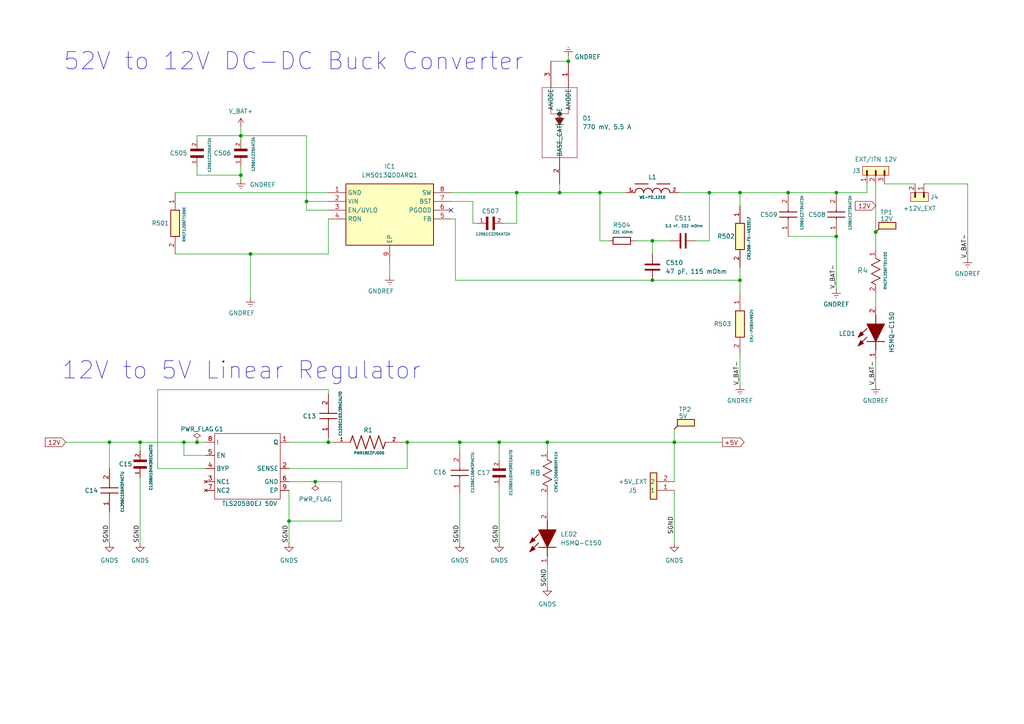
<source format=kicad_sch>
(kicad_sch (version 20231120) (generator "eeschema") (generator_version "8.0")
  (paper "A4")
  (lib_symbols
    (symbol "1725656:1725656"
      (property "Reference" "J5" (at -10.16 8.89 0))
      (property "Value" "+5V_EXT" (at -10.16 6.35 0))
      (symbol "1725656_1_1"
        (rectangle (start 5.08 2.54) (end 6.985 -5.08) (stroke (width 0.254)) (fill (type background)))
        (pin passive line (at 0 0 0) (length 5.08) (name "1") (number "1"))
        (pin passive line (at 0 -2.54 0) (length 5.08) (name "2") (number "2"))
      )
    )
    (symbol "C13:C1206C103J3RACAUTO" (pin_names hide)
      (property "Reference" "C" (at 8.89 6.35 0))
      (property "Value" "C1206C103J3RACAUTO" (at 8.89 3.81 0))
      (symbol "C1206C103J3RACAUTO_1_1"
        (polyline (pts (xy 5.08 0) (xy 5.588 0)) (stroke (width 0.254)))
        (polyline (pts (xy 5.588 2.54) (xy 5.588 -2.54)) (stroke (width 0.254)))
        (polyline (pts (xy 7.112 0) (xy 7.62 0)) (stroke (width 0.254)))
        (polyline (pts (xy 7.112 2.54) (xy 7.112 -2.54)) (stroke (width 0.254)))
        (pin passive line (at 0 0 0) (length 5.08) (name "1") (number "1"))
        (pin passive line (at 12.7 0 180) (length 5.08) (name "2") (number "2"))
      )
    )
    (symbol "C14:C1206C106M3PACTU" (pin_names hide)
      (property "Reference" "C" (at 8.89 6.35 0))
      (property "Value" "C1206C106M3PACTU" (at 8.89 3.81 0))
      (symbol "C1206C106M3PACTU_1_1"
        (polyline (pts (xy 5.08 0) (xy 5.588 0)) (stroke (width 0.254)))
        (polyline (pts (xy 5.588 2.54) (xy 5.588 -2.54)) (stroke (width 0.254)))
        (polyline (pts (xy 7.112 0) (xy 7.62 0)) (stroke (width 0.254)))
        (polyline (pts (xy 7.112 2.54) (xy 7.112 -2.54)) (stroke (width 0.254)))
        (pin passive line (at 0 0 0) (length 5.08) (name "1") (number "1"))
        (pin passive line (at 12.7 0 180) (length 5.08) (name "2") (number "2"))
      )
    )
    (symbol "C15:C1206X104M3RECAUTO" (pin_names (offset 1.016))
      (property "Reference" "C" (at 0 3.8109 0))
      (property "Value" "C1206X104M3RECAUTO" (at 0 -5.0885 0))
      (symbol "C1206X104M3RECAUTO_0_0"
        (rectangle (start 0 -1.9069) (end 0.635 1.905) (stroke (width 0.1)) (fill (type outline)))
        (rectangle (start 1.9069 -1.9069) (end 2.54 1.905) (stroke (width 0.1)) (fill (type outline)))
        (pin passive line (at -2.54 0 0) (length 2.54) (name "~") (number "1"))
        (pin passive line (at 5.08 0 180) (length 2.54) (name "~") (number "2"))
      )
    )
    (symbol "C506:12061C225KAT2A" (pin_names (offset 1.016))
      (property "Reference" "C" (at 0 3.8109 0))
      (property "Value" "12061C225KAT2A" (at 0 -5.0885 0))
      (symbol "12061C225KAT2A_0_0"
        (rectangle (start 0 -1.9069) (end 0.635 1.905) (stroke (width 0.1)) (fill (type outline)))
        (rectangle (start 1.9069 -1.9069) (end 2.54 1.905) (stroke (width 0.1)) (fill (type outline)))
        (pin passive line (at -2.54 0 0) (length 2.54) (name "~") (number "1"))
        (pin passive line (at 5.08 0 180) (length 2.54) (name "~") (number "2"))
      )
    )
    (symbol "C508:12061C273KAT2A" (pin_names hide)
      (property "Reference" "C" (at 8.89 6.35 0))
      (property "Value" "12061C273KAT2A" (at 8.89 3.81 0))
      (symbol "12061C273KAT2A_1_1"
        (polyline (pts (xy 5.08 0) (xy 5.588 0)) (stroke (width 0.254)))
        (polyline (pts (xy 5.588 2.54) (xy 5.588 -2.54)) (stroke (width 0.254)))
        (polyline (pts (xy 7.112 0) (xy 7.62 0)) (stroke (width 0.254)))
        (polyline (pts (xy 7.112 2.54) (xy 7.112 -2.54)) (stroke (width 0.254)))
        (pin passive line (at 0 0 0) (length 5.08) (name "C1") (number "1"))
        (pin passive line (at 12.7 0 180) (length 5.08) (name "C2") (number "2"))
      )
    )
    (symbol "Connector:TestPoint_Flag" (pin_numbers hide) (pin_names (offset 0.762) hide)
      (property "Reference" "TP" (at 3.429 1.778 0))
      (property "Value" "TestPoint_Flag" (at 3.302 4.191 0))
      (symbol "TestPoint_Flag_0_1"
        (polyline (pts (xy 0 0) (xy 0.889 0.889)) (stroke (width 0.254)))
        (rectangle (start 0.889 2.794) (end 5.842 0.889) (stroke (width 0.254)) (fill (type background)))
      )
      (symbol "TestPoint_Flag_1_1"
        (pin passive line (at 0 0 90) (length 0) (name "1") (number "1"))
      )
    )
    (symbol "DC:LM5013QDDARQ1"
      (property "Reference" "IC" (at 31.75 7.62 0))
      (property "Value" "LM5013QDDARQ1" (at 31.75 5.08 0))
      (symbol "LM5013QDDARQ1_1_1"
        (rectangle (start 5.08 2.54) (end 30.48 -15.24) (stroke (width 0.254)) (fill (type background)))
        (pin passive line (at 0 0 0) (length 5.08) (name "GND") (number "1"))
        (pin passive line (at 0 -2.54 0) (length 5.08) (name "VIN") (number "2"))
        (pin passive line (at 0 -5.08 0) (length 5.08) (name "EN/UVLO") (number "3"))
        (pin passive line (at 0 -7.62 0) (length 5.08) (name "RON") (number "4"))
        (pin passive line (at 35.56 -7.62 180) (length 5.08) (name "FB") (number "5"))
        (pin passive line (at 35.56 -5.08 180) (length 5.08) (name "PGOOD") (number "6"))
        (pin passive line (at 35.56 -2.54 180) (length 5.08) (name "BST") (number "7"))
        (pin passive line (at 35.56 0 180) (length 5.08) (name "SW") (number "8"))
        (pin passive line (at 17.78 -20.32 90) (length 5.08) (name "EP") (number "9"))
      )
    )
    (symbol "Device:C" (pin_numbers hide) (pin_names (offset 0.254))
      (property "Reference" "C" (at 0.635 2.54 0))
      (property "Value" "C" (at 0.635 -2.54 0))
      (symbol "C_0_1"
        (polyline (pts (xy -2.032 -0.762) (xy 2.032 -0.762)) (stroke (width 0.508)))
        (polyline (pts (xy -2.032 0.762) (xy 2.032 0.762)) (stroke (width 0.508)))
      )
      (symbol "C_1_1"
        (pin passive line (at 0 3.81 270) (length 2.794) (name "~") (number "1"))
        (pin passive line (at 0 -3.81 90) (length 2.794) (name "~") (number "2"))
      )
    )
    (symbol "Device:R" (pin_numbers hide) (pin_names (offset 0))
      (property "Reference" "R" (at 2.032 0 90))
      (property "Value" "R" (at 0 0 90))
      (symbol "R_0_1"
        (rectangle (start -1.016 -2.54) (end 1.016 2.54) (stroke (width 0.254)))
      )
      (symbol "R_1_1"
        (pin passive line (at 0 3.81 270) (length 1.27) (name "~") (number "1"))
        (pin passive line (at 0 -3.81 90) (length 1.27) (name "~") (number "2"))
      )
    )
    (symbol "L1:WE-PD_1210" (pin_names (offset 1.016))
      (property "Reference" "L" (at 0 3.81 0))
      (property "Value" "WE-PD_1210" (at 0 -2.54 0))
      (symbol "WE-PD_1210_0_0"
        (circle (center -5.842 0.508) (radius 0.127) (stroke (width 0.254)))
        (arc (start -2.54 0) (mid -3.81 1.2645) (end -5.08 0) (stroke (width 0.254)))
        (arc (start 0 0) (mid -1.27 1.2645) (end -2.54 0) (stroke (width 0.254)))
        (polyline (pts (xy -1.27 2.54) (xy -5.08 2.54)) (stroke (width 0.254)))
        (polyline (pts (xy 5.08 2.54) (xy 1.27 2.54)) (stroke (width 0.254)))
        (arc (start 2.54 0) (mid 1.27 1.2645) (end 0 0) (stroke (width 0.254)))
        (arc (start 5.08 0) (mid 3.81 1.2645) (end 2.54 0) (stroke (width 0.254)))
        (pin passive line (at -7.62 0 0) (length 2.54) (name "~") (number "1"))
        (pin passive line (at 7.62 0 180) (length 2.54) (name "~") (number "2"))
      )
    )
    (symbol "LED1:HSMQ-C150" (pin_names hide)
      (property "Reference" "LED" (at 12.7 8.89 0))
      (property "Value" "HSMQ-C150" (at 12.7 6.35 0))
      (symbol "HSMQ-C150_1_1"
        (polyline (pts (xy 2.54 0) (xy 5.08 0)) (stroke (width 0.254)))
        (polyline (pts (xy 5.08 2.54) (xy 5.08 -2.54)) (stroke (width 0.254)))
        (polyline (pts (xy 6.35 2.54) (xy 3.81 5.08)) (stroke (width 0.254)))
        (polyline (pts (xy 8.89 2.54) (xy 6.35 5.08)) (stroke (width 0.254)))
        (polyline (pts (xy 10.16 0) (xy 12.7 0)) (stroke (width 0.254)))
        (polyline (pts (xy 5.08 0) (xy 10.16 2.54) (xy 10.16 -2.54) (xy 5.08 0)) (stroke (width 0.254)) (fill (type outline)))
        (polyline (pts (xy 5.334 4.318) (xy 4.572 3.556) (xy 3.81 5.08) (xy 5.334 4.318)) (stroke (width 0.254)) (fill (type outline)))
        (polyline (pts (xy 7.874 4.318) (xy 7.112 3.556) (xy 6.35 5.08) (xy 7.874 4.318)) (stroke (width 0.254)) (fill (type outline)))
        (pin passive line (at 0 0 0) (length 2.54) (name "K") (number "1"))
        (pin passive line (at 15.24 0 180) (length 2.54) (name "A") (number "2"))
      )
    )
    (symbol "PCM_SL_Pin_Headers:PINHD_1x2_Male"
      (property "Reference" "J" (at 0 6.35 0))
      (property "Value" "PINHD_1x2_Male" (at 0 3.81 0))
      (symbol "PINHD_1x2_Male_0_1"
        (rectangle (start -1.27 2.54) (end 1.27 -2.54) (fill (type background)))
        (polyline (pts (xy -1.27 -1.27) (xy 0 -1.27)) (stroke (width 0.3)))
        (polyline (pts (xy -1.27 -1.27) (xy 0 -1.27)) (stroke (width 0.5)))
        (polyline (pts (xy -1.27 1.27) (xy 0 1.27)) (stroke (width 0.3)))
        (polyline (pts (xy -1.27 1.27) (xy 0 1.27)) (stroke (width 0.5)))
      )
      (symbol "PINHD_1x2_Male_1_1"
        (pin passive line (at -3.81 1.27 0) (length 2.54) (name "") (number "1"))
        (pin passive line (at -3.81 -1.27 0) (length 2.54) (name "") (number "2"))
      )
    )
    (symbol "PCM_SL_Pin_Headers:PINHD_1x3_Male"
      (property "Reference" "J" (at 0 7.62 0))
      (property "Value" "PINHD_1x3_Male" (at 0 5.08 0))
      (symbol "PINHD_1x3_Male_0_1"
        (rectangle (start -1.27 3.81) (end 1.27 -3.81) (fill (type background)))
        (polyline (pts (xy -1.27 -2.54) (xy 0 -2.54)) (stroke (width 0.3)))
        (polyline (pts (xy -1.27 -2.54) (xy 0 -2.54)) (stroke (width 0.5)))
        (polyline (pts (xy -1.27 0) (xy 0 0)) (stroke (width 0.3)))
        (polyline (pts (xy -1.27 0) (xy 0 0)) (stroke (width 0.5)))
        (polyline (pts (xy -1.27 2.54) (xy 0 2.54)) (stroke (width 0.3)))
        (polyline (pts (xy -1.27 2.54) (xy 0 2.54)) (stroke (width 0.5)))
      )
      (symbol "PINHD_1x3_Male_1_1"
        (pin passive line (at -3.81 2.54 0) (length 2.54) (name "") (number "1"))
        (pin passive line (at -3.81 0 0) (length 2.54) (name "") (number "2"))
        (pin passive line (at -3.81 -2.54 0) (length 2.54) (name "") (number "3"))
      )
    )
    (symbol "R1:PMR18EZPJ000" (pin_names (offset 1.016))
      (property "Reference" "R" (at -7.6244 2.5415 0))
      (property "Value" "PMR18EZPJ000" (at -7.63 -5.0866 0))
      (symbol "PMR18EZPJ000_0_0"
        (polyline (pts (xy -5.08 0) (xy -4.445 1.905)) (stroke (width 0.254)))
        (polyline (pts (xy -4.445 1.905) (xy -3.175 -1.905)) (stroke (width 0.254)))
        (polyline (pts (xy -3.175 -1.905) (xy -1.905 1.905)) (stroke (width 0.254)))
        (polyline (pts (xy -1.905 1.905) (xy -0.635 -1.905)) (stroke (width 0.254)))
        (polyline (pts (xy -0.635 -1.905) (xy 0.635 1.905)) (stroke (width 0.254)))
        (polyline (pts (xy 0.635 1.905) (xy 1.905 -1.905)) (stroke (width 0.254)))
        (polyline (pts (xy 1.905 -1.905) (xy 3.175 1.905)) (stroke (width 0.254)))
        (polyline (pts (xy 3.175 1.905) (xy 4.445 -1.905)) (stroke (width 0.254)))
        (polyline (pts (xy 4.445 -1.905) (xy 5.08 0)) (stroke (width 0.254)))
        (pin passive line (at -10.16 0 0) (length 5.08) (name "~") (number "1"))
        (pin passive line (at 10.16 0 180) (length 5.08) (name "~") (number "2"))
      )
    )
    (symbol "R4:RNCP1206FTD1K00" (pin_names (offset 0.254))
      (property "Reference" "R" (at 5.715 3.81 0))
      (property "Value" "RNCP1206FTD1K00" (at 6.35 -3.81 0))
      (symbol "RNCP1206FTD1K00_1_1"
        (polyline (pts (xy 2.54 0) (xy 3.175 1.27)) (stroke (width 0.2032)))
        (polyline (pts (xy 3.175 1.27) (xy 4.445 -1.27)) (stroke (width 0.2032)))
        (polyline (pts (xy 4.445 -1.27) (xy 5.715 1.27)) (stroke (width 0.2032)))
        (polyline (pts (xy 5.715 1.27) (xy 6.985 -1.27)) (stroke (width 0.2032)))
        (polyline (pts (xy 6.985 -1.27) (xy 8.255 1.27)) (stroke (width 0.2032)))
        (polyline (pts (xy 8.255 1.27) (xy 9.525 -1.27)) (stroke (width 0.2032)))
        (polyline (pts (xy 9.525 -1.27) (xy 10.16 0)) (stroke (width 0.2032)))
        (pin unspecified line (at 0 0 0) (length 2.54) (name "") (number "1"))
        (pin unspecified line (at 12.7 0 180) (length 2.54) (name "") (number "2"))
      )
      (symbol "RNCP1206FTD1K00_1_2"
        (polyline (pts (xy -1.27 3.175) (xy 1.27 4.445)) (stroke (width 0.2032)))
        (polyline (pts (xy -1.27 5.715) (xy 1.27 6.985)) (stroke (width 0.2032)))
        (polyline (pts (xy -1.27 8.255) (xy 1.27 9.525)) (stroke (width 0.2032)))
        (polyline (pts (xy 0 2.54) (xy -1.27 3.175)) (stroke (width 0.2032)))
        (polyline (pts (xy 1.27 4.445) (xy -1.27 5.715)) (stroke (width 0.2032)))
        (polyline (pts (xy 1.27 6.985) (xy -1.27 8.255)) (stroke (width 0.2032)))
        (polyline (pts (xy 1.27 9.525) (xy 0 10.16)) (stroke (width 0.2032)))
        (pin unspecified line (at 0 12.7 270) (length 2.54) (name "") (number "1"))
        (pin unspecified line (at 0 0 90) (length 2.54) (name "") (number "2"))
      )
    )
    (symbol "R501:RMCF1206FT100K" (pin_names hide)
      (property "Reference" "R" (at 13.97 6.35 0))
      (property "Value" "RMCF1206FT100K" (at 13.97 3.81 0))
      (symbol "RMCF1206FT100K_1_1"
        (rectangle (start 5.08 1.27) (end 12.7 -1.27) (stroke (width 0.254)) (fill (type background)))
        (pin passive line (at 0 0 0) (length 5.08) (name "1") (number "1"))
        (pin passive line (at 17.78 0 180) (length 5.08) (name "2") (number "2"))
      )
    )
    (symbol "R502:CR1206-FX-4533ELF" (pin_names hide)
      (property "Reference" "R" (at 13.97 6.35 0))
      (property "Value" "CR1206-FX-4533ELF" (at 13.97 3.81 0))
      (symbol "CR1206-FX-4533ELF_1_1"
        (rectangle (start 5.08 1.27) (end 12.7 -1.27) (stroke (width 0.254)) (fill (type background)))
        (pin passive line (at 0 0 0) (length 5.08) (name "1") (number "1"))
        (pin passive line (at 17.78 0 180) (length 5.08) (name "2") (number "2"))
      )
    )
    (symbol "R503:ERJ-P08D4992V" (pin_names hide)
      (property "Reference" "R" (at 13.97 6.35 0))
      (property "Value" "ERJ-P08D4992V" (at 13.97 3.81 0))
      (symbol "ERJ-P08D4992V_1_1"
        (rectangle (start 5.08 1.27) (end 12.7 -1.27) (stroke (width 0.254)) (fill (type background)))
        (pin passive line (at 0 0 0) (length 5.08) (name "1") (number "1"))
        (pin passive line (at 17.78 0 180) (length 5.08) (name "2") (number "2"))
      )
    )
    (symbol "R8:CRCW1206680RFKEA" (pin_names (offset 0.254))
      (property "Reference" "R" (at 5.715 3.81 0))
      (property "Value" "CRCW1206680RFKEA" (at 6.35 -3.81 0))
      (symbol "CRCW1206680RFKEA_1_1"
        (polyline (pts (xy 2.54 0) (xy 3.175 1.27)) (stroke (width 0.2032)))
        (polyline (pts (xy 3.175 1.27) (xy 4.445 -1.27)) (stroke (width 0.2032)))
        (polyline (pts (xy 4.445 -1.27) (xy 5.715 1.27)) (stroke (width 0.2032)))
        (polyline (pts (xy 5.715 1.27) (xy 6.985 -1.27)) (stroke (width 0.2032)))
        (polyline (pts (xy 6.985 -1.27) (xy 8.255 1.27)) (stroke (width 0.2032)))
        (polyline (pts (xy 8.255 1.27) (xy 9.525 -1.27)) (stroke (width 0.2032)))
        (polyline (pts (xy 9.525 -1.27) (xy 10.16 0)) (stroke (width 0.2032)))
        (pin unspecified line (at 12.7 0 180) (length 2.54) (name "") (number "1"))
        (pin unspecified line (at 0 0 0) (length 2.54) (name "") (number "2"))
      )
      (symbol "CRCW1206680RFKEA_1_2"
        (polyline (pts (xy -1.27 3.175) (xy 1.27 4.445)) (stroke (width 0.2032)))
        (polyline (pts (xy -1.27 5.715) (xy 1.27 6.985)) (stroke (width 0.2032)))
        (polyline (pts (xy -1.27 8.255) (xy 1.27 9.525)) (stroke (width 0.2032)))
        (polyline (pts (xy 0 2.54) (xy -1.27 3.175)) (stroke (width 0.2032)))
        (polyline (pts (xy 1.27 4.445) (xy -1.27 5.715)) (stroke (width 0.2032)))
        (polyline (pts (xy 1.27 6.985) (xy -1.27 8.255)) (stroke (width 0.2032)))
        (polyline (pts (xy 1.27 9.525) (xy 0 10.16)) (stroke (width 0.2032)))
        (pin unspecified line (at 0 12.7 270) (length 2.54) (name "") (number "1"))
        (pin unspecified line (at 0 0 90) (length 2.54) (name "") (number "2"))
      )
    )
    (symbol "SBRD10200:SBRD10200TR" (pin_names (offset 0.254))
      (property "Reference" "D1" (at 16.5099 3.81 90))
      (property "Value" "770 mV, 5.5 A" (at 19.0499 3.81 90))
      (symbol "SBRD10200TR_1_1"
        (polyline (pts (xy 7.62 -7.62) (xy 27.94 -7.62)) (stroke (width 0.127)))
        (polyline (pts (xy 7.62 -5.08) (xy 15.24 -5.08)) (stroke (width 0.127)))
        (polyline (pts (xy 7.62 0) (xy 15.24 0)) (stroke (width 0.127)))
        (polyline (pts (xy 7.62 2.54) (xy 7.62 -7.62)) (stroke (width 0.127)))
        (polyline (pts (xy 15.24 0) (xy 15.24 -5.08)) (stroke (width 0.127)))
        (polyline (pts (xy 16.51 -3.81) (xy 18.415 -2.54)) (stroke (width 0.127)))
        (polyline (pts (xy 16.51 -1.27) (xy 16.51 -3.81)) (stroke (width 0.127)))
        (polyline (pts (xy 18.415 -2.54) (xy 16.51 -1.27)) (stroke (width 0.127)))
        (polyline (pts (xy 18.415 -1.27) (xy 18.415 -3.81)) (stroke (width 0.127)))
        (polyline (pts (xy 27.94 -7.62) (xy 27.94 2.54)) (stroke (width 0.127)))
        (polyline (pts (xy 27.94 -2.54) (xy 15.24 -2.54)) (stroke (width 0.127)))
        (polyline (pts (xy 27.94 2.54) (xy 7.62 2.54)) (stroke (width 0.127)))
        (polyline (pts (xy 16.51 -1.27) (xy 16.51 -3.81) (xy 18.415 -2.54)) (fill (type outline)))
        (circle (center 15.24 -2.54) (radius 0.127) (stroke (width 0.508)))
        (pin passive line (at 0 0 0) (length 7.62) (name "ANODE") (number "1"))
        (pin passive line (at 35.56 -2.54 180) (length 7.62) (name "BASE_CATHODE") (number "2"))
        (pin passive line (at 0 -5.08 0) (length 7.62) (name "ANODE") (number "3"))
      )
    )
    (symbol "TLS205B0EJ V50:TLS205B0EJ_V50"
      (property "Reference" "U2" (at -0.635 13.97 0))
      (property "Value" "TLS205B0EJ 50V" (at -0.635 11.43 0))
      (symbol "TLS205B0EJ_V50_0_1"
        (polyline (pts (xy -10.16 10.16) (xy 8.89 10.16) (xy 8.89 -8.89) (xy -10.16 -8.89) (xy -10.16 10.16)))
      )
      (symbol "TLS205B0EJ_V50_1_1"
        (pin power_out line (at 11.43 7.62 180) (length 2.54) (name "Q") (number "1"))
        (pin input line (at 11.43 0 180) (length 2.54) (name "SENSE") (number "2"))
        (pin no_connect line (at -12.7 -3.81 0) (length 2.54) (name "NC1") (number "3"))
        (pin input line (at -12.7 0 0) (length 2.54) (name "BYP") (number "4"))
        (pin input line (at -12.7 3.81 0) (length 2.54) (name "EN") (number "5"))
        (pin power_in line (at 11.43 -3.81 180) (length 2.54) (name "GND") (number "6"))
        (pin no_connect line (at -12.7 -6.35 0) (length 2.54) (name "NC2") (number "7"))
        (pin power_in line (at -12.7 7.62 0) (length 2.54) (name "I") (number "8"))
        (pin power_in line (at 11.43 -6.35 180) (length 2.54) (name "EP") (number "9"))
      )
    )
    (symbol "power:+5V" (power) (pin_names (offset 0))
      (property "Value" "+5V" (at 0 3.556 0))
      (symbol "+5V_0_1"
        (polyline (pts (xy -0.762 1.27) (xy 0 2.54)))
        (polyline (pts (xy 0 0) (xy 0 2.54)))
        (polyline (pts (xy 0 2.54) (xy 0.762 1.27)))
      )
      (symbol "+5V_1_1"
        (pin power_in line (at 0 0 90) (length 0) hide (name "+5V") (number "1"))
      )
    )
    (symbol "power:GNDREF" (power) (pin_names (offset 0))
      (property "Value" "GNDREF" (at 0 -3.81 0))
      (symbol "GNDREF_0_1"
        (polyline (pts (xy -0.635 -1.905) (xy 0.635 -1.905)))
        (polyline (pts (xy -0.127 -2.54) (xy 0.127 -2.54)))
        (polyline (pts (xy 0 -1.27) (xy 0 0)))
        (polyline (pts (xy 1.27 -1.27) (xy -1.27 -1.27)))
      )
      (symbol "GNDREF_1_1"
        (pin power_in line (at 0 0 270) (length 0) hide (name "GNDREF") (number "1"))
      )
    )
    (symbol "power:GNDS" (power) (pin_names (offset 0))
      (property "Value" "GNDS" (at 0 -3.81 0))
      (symbol "GNDS_0_1"
        (polyline (pts (xy 0 0) (xy 0 -1.27) (xy 1.27 -1.27) (xy 0 -2.54) (xy -1.27 -1.27) (xy 0 -1.27)))
      )
      (symbol "GNDS_1_1"
        (pin power_in line (at 0 0 270) (length 0) hide (name "GNDS") (number "1"))
      )
    )
    (symbol "power:PWR_FLAG" (power) (pin_numbers hide) (pin_names (offset 0) hide)
      (property "Value" "PWR_FLAG" (at 0 3.81 0))
      (symbol "PWR_FLAG_0_0"
        (pin power_out line (at 0 0 90) (length 0) (name "pwr") (number "1"))
      )
      (symbol "PWR_FLAG_0_1"
        (polyline (pts (xy 0 0) (xy 0 1.27) (xy -1.016 1.905) (xy 0 2.54) (xy 1.016 1.905) (xy 0 1.27)))
      )
    )
  )
  (junction (at 31.75 128.27))
  (junction (at 228.6 55.88))
  (junction (at 133.35 128.27))
  (junction (at 69.85 39.37))
  (junction (at 205.74 55.88))
  (junction (at 57.15 128.27))
  (junction (at 214.63 81.28))
  (junction (at 195.58 128.27))
  (junction (at 144.78 128.27))
  (junction (at 69.85 50.8))
  (junction (at 83.82 151.13))
  (junction (at 254 67.31))
  (junction (at 53.34 128.27))
  (junction (at 149.86 55.88))
  (junction (at 189.23 69.85))
  (junction (at 173.99 55.88))
  (junction (at 72.644 73.66))
  (junction (at 40.64 128.27))
  (junction (at 242.57 68.58))
  (junction (at 88.9 58.42))
  (junction (at 214.63 55.88))
  (junction (at 162.306 55.88))
  (junction (at 95.25 128.27))
  (junction (at 91.44 139.7))
  (junction (at 164.846 17.78))
  (junction (at 189.23 81.28))
  (junction (at 118.11 128.27))
  (junction (at 158.75 128.27))
  (junction (at 242.57 55.88))
  (no_connect (at 130.81 60.96))
  (wire (pts (xy 189.23 69.85) (xy 194.31 69.85)))
  (wire (pts (xy 158.75 130.81) (xy 158.75 128.27)))
  (wire (pts (xy 91.44 139.7) (xy 99.06 139.7)))
  (wire (pts (xy 251.46 55.88) (xy 242.57 55.88)))
  (wire (pts (xy 133.35 143.51) (xy 133.35 157.48)))
  (wire (pts (xy 31.75 128.27) (xy 31.75 135.89)))
  (wire (pts (xy 57.15 50.8) (xy 69.85 50.8)))
  (wire (pts (xy 149.86 64.77) (xy 149.86 55.88)))
  (wire (pts (xy 228.6 68.58) (xy 242.57 68.58)))
  (wire (pts (xy 184.15 69.85) (xy 189.23 69.85)))
  (wire (pts (xy 137.16 64.77) (xy 137.16 58.42)))
  (wire (pts (xy 88.9 39.37) (xy 69.85 39.37)))
  (wire (pts (xy 40.64 128.27) (xy 40.64 130.81)))
  (wire (pts (xy 158.75 163.83) (xy 158.75 170.18)))
  (wire (pts (xy 158.75 128.27) (xy 144.78 128.27)))
  (wire (pts (xy 196.85 55.88) (xy 205.74 55.88)))
  (wire (pts (xy 133.35 128.27) (xy 144.78 128.27)))
  (wire (pts (xy 72.644 73.66) (xy 72.644 86.36)))
  (wire (pts (xy 116.84 128.27) (xy 118.11 128.27)))
  (wire (pts (xy 195.58 142.24) (xy 195.58 157.48)))
  (wire (pts (xy 69.85 52.07) (xy 69.85 50.8)))
  (wire (pts (xy 40.64 128.27) (xy 53.34 128.27)))
  (wire (pts (xy 254 85.09) (xy 254 88.9)))
  (wire (pts (xy 173.99 69.85) (xy 173.99 55.88)))
  (wire (pts (xy 57.15 39.37) (xy 69.85 39.37)))
  (wire (pts (xy 40.64 138.43) (xy 40.64 157.48)))
  (wire (pts (xy 83.82 139.7) (xy 91.44 139.7)))
  (wire (pts (xy 118.11 128.27) (xy 118.11 135.89)))
  (wire (pts (xy 53.34 132.08) (xy 53.34 128.27)))
  (wire (pts (xy 19.05 128.27) (xy 31.75 128.27)))
  (wire (pts (xy 159.766 17.78) (xy 164.846 17.78)))
  (wire (pts (xy 254 104.14) (xy 254 111.76)))
  (wire (pts (xy 95.25 60.96) (xy 88.9 60.96)))
  (wire (pts (xy 254 53.34) (xy 254 67.31)))
  (wire (pts (xy 214.63 81.28) (xy 214.63 85.09)))
  (wire (pts (xy 267.97 53.34) (xy 280.67 53.34)))
  (wire (pts (xy 118.11 135.89) (xy 83.82 135.89)))
  (wire (pts (xy 59.69 132.08) (xy 53.34 132.08)))
  (wire (pts (xy 57.15 128.27) (xy 59.69 128.27)))
  (wire (pts (xy 158.75 128.27) (xy 195.58 128.27)))
  (wire (pts (xy 205.74 55.88) (xy 214.63 55.88)))
  (wire (pts (xy 254 67.31) (xy 254 72.39)))
  (wire (pts (xy 69.85 36.83) (xy 69.85 39.37)))
  (wire (pts (xy 149.86 55.88) (xy 162.306 55.88)))
  (wire (pts (xy 189.23 81.28) (xy 214.63 81.28)))
  (wire (pts (xy 214.63 102.87) (xy 214.63 111.76)))
  (wire (pts (xy 214.63 59.69) (xy 214.63 55.88)))
  (wire (pts (xy 45.72 113.03) (xy 45.72 135.89)))
  (wire (pts (xy 162.306 53.34) (xy 162.306 55.88)))
  (wire (pts (xy 214.63 77.47) (xy 214.63 81.28)))
  (wire (pts (xy 133.35 128.27) (xy 133.35 130.81)))
  (wire (pts (xy 72.644 73.66) (xy 95.25 73.66)))
  (wire (pts (xy 144.78 128.27) (xy 144.78 133.35)))
  (wire (pts (xy 99.06 151.13) (xy 83.82 151.13)))
  (wire (pts (xy 83.82 151.13) (xy 83.82 142.24)))
  (wire (pts (xy 31.75 128.27) (xy 40.64 128.27)))
  (wire (pts (xy 88.9 60.96) (xy 88.9 58.42)))
  (wire (pts (xy 205.74 55.88) (xy 205.74 69.85)))
  (wire (pts (xy 195.58 124.46) (xy 195.58 128.27)))
  (wire (pts (xy 132.08 63.5) (xy 130.81 63.5)))
  (wire (pts (xy 162.306 55.88) (xy 173.99 55.88)))
  (wire (pts (xy 256.54 53.34) (xy 265.43 53.34)))
  (wire (pts (xy 69.85 50.8) (xy 69.85 48.26)))
  (wire (pts (xy 132.08 81.28) (xy 189.23 81.28)))
  (wire (pts (xy 31.75 148.59) (xy 31.75 157.48)))
  (wire (pts (xy 99.06 139.7) (xy 99.06 151.13)))
  (wire (pts (xy 195.58 128.27) (xy 209.55 128.27)))
  (wire (pts (xy 130.81 55.88) (xy 149.86 55.88)))
  (wire (pts (xy 118.11 128.27) (xy 133.35 128.27)))
  (wire (pts (xy 251.46 53.34) (xy 251.46 55.88)))
  (wire (pts (xy 146.05 64.77) (xy 149.86 64.77)))
  (wire (pts (xy 95.25 128.27) (xy 96.52 128.27)))
  (wire (pts (xy 95.25 127) (xy 95.25 128.27)))
  (wire (pts (xy 205.74 69.85) (xy 201.93 69.85)))
  (wire (pts (xy 132.08 63.5) (xy 132.08 81.28)))
  (wire (pts (xy 95.25 113.03) (xy 45.72 113.03)))
  (wire (pts (xy 88.9 58.42) (xy 95.25 58.42)))
  (wire (pts (xy 50.8 55.88) (xy 95.25 55.88)))
  (wire (pts (xy 88.9 39.37) (xy 88.9 58.42)))
  (wire (pts (xy 137.16 58.42) (xy 130.81 58.42)))
  (wire (pts (xy 144.78 140.97) (xy 144.78 157.48)))
  (wire (pts (xy 95.25 73.66) (xy 95.25 63.5)))
  (wire (pts (xy 113.03 76.2) (xy 113.03 80.01)))
  (wire (pts (xy 242.57 68.58) (xy 242.57 83.82)))
  (wire (pts (xy 195.58 128.27) (xy 195.58 139.7)))
  (wire (pts (xy 53.34 128.27) (xy 57.15 128.27)))
  (wire (pts (xy 95.25 114.3) (xy 95.25 113.03)))
  (wire (pts (xy 83.82 128.27) (xy 95.25 128.27)))
  (wire (pts (xy 50.8 73.66) (xy 72.644 73.66)))
  (wire (pts (xy 45.72 135.89) (xy 59.69 135.89)))
  (wire (pts (xy 83.82 151.13) (xy 83.82 157.48)))
  (wire (pts (xy 228.6 55.88) (xy 242.57 55.88)))
  (wire (pts (xy 57.15 40.64) (xy 57.15 39.37)))
  (wire (pts (xy 173.99 55.88) (xy 181.61 55.88)))
  (wire (pts (xy 137.16 64.77) (xy 138.43 64.77)))
  (wire (pts (xy 280.67 53.34) (xy 280.67 74.93)))
  (wire (pts (xy 57.15 48.26) (xy 57.15 50.8)))
  (wire (pts (xy 176.53 69.85) (xy 173.99 69.85)))
  (wire (pts (xy 158.75 143.51) (xy 158.75 148.59)))
  (wire (pts (xy 164.846 16.256) (xy 164.846 17.78)))
  (wire (pts (xy 69.85 39.37) (xy 69.85 40.64)))
  (wire (pts (xy 214.63 55.88) (xy 228.6 55.88)))
  (wire (pts (xy 189.23 69.85) (xy 189.23 73.66)))
  (text "52V to 12V DC-DC Buck Converter" (at 18.288 20.828 0) (effects (font (size 5 5)) (justify left bottom)))
  (text "12V to 5V Linear Regulator" (at 17.78 110.49 0) (effects (font (size 5 5)) (justify left bottom)))
  (label "SGND" (at 40.64 157.48 90))
  (label "SGND" (at 158.75 170.18 90))
  (label "V_BAT-" (at 242.57 83.82 90))
  (label "V_BAT-" (at 280.67 74.93 90))
  (label "SGND" (at 83.82 157.48 90))
  (label "SGND" (at 144.78 157.48 90))
  (label "SGND" (at 31.75 157.48 90))
  (label "SGND" (at 133.35 157.48 90))
  (label "SGND" (at 195.58 154.94 90))
  (label "V_BAT-" (at 254 111.76 90))
  (label "V_BAT-" (at 214.63 111.76 90))
  (global_label "12V" (shape input) (at 254 59.69 180) (property "Intersheetrefs" "${INTERSHEET_REFS}" (effects (hide yes))))
  (global_label "12V" (shape input) (at 19.05 128.27 180) (property "Intersheetrefs" "${INTERSHEET_REFS}" (effects (hide yes))))
  (global_label "+5V" (shape output) (at 209.55 128.27 0) (property "Intersheetrefs" "${INTERSHEET_REFS}" (effects (hide yes))))
  (symbol (lib_id "C506:12061C225KAT2A") (at 140.97 64.77 0) (unit 1)
    (property "Reference" "C507" (at 139.7 61.976 0) (effects (justify left bottom)))
    (property "Value" "12061C225KAT2A" (at 137.922 68.326 0) (effects (font (size 0.762 0.762)) (justify left bottom)))
    (property "Footprint" "Capacitor_SMD:C_1210_3225Metric_Pad1.33x2.70mm_HandSolder" (effects (hide yes)))
    (property "Datasheet" "C14" (effects (hide yes)))
    (property "Description" "Capacitor 1206 0.027UF +/-10% 100V" (effects (hide yes)))
    (property "Manufacturer_Name" "Kyocera AVX" (effects (hide yes)))
    (property "Manufacturer_Part_Number" "12061C273KAT2A" (effects (hide yes)))
  )
  (symbol (lib_id "power:GNDS") (at 31.75 157.48 0) (unit 1)
    (property "Reference" "#PWR023" (effects (hide yes)))
    (property "Value" "GNDS" (at 31.75 162.56 0))
  )
  (symbol (lib_id "power:GNDS") (at 83.82 157.48 0) (unit 1)
    (property "Reference" "#PWR029" (effects (hide yes)))
    (property "Value" "GNDS" (at 83.82 162.56 0))
  )
  (symbol (lib_id "DC:LM5013QDDARQ1") (at 95.25 55.88 0) (unit 1)
    (property "Reference" "IC1" (at 113.03 48.26 0))
    (property "Value" "LM5013QDDARQ1" (at 113.03 50.8 0))
    (property "Footprint" "Misc-Footprints:DC" (effects (hide yes)))
    (property "Datasheet" "https://www.ti.com/lit/ds/symlink/lm5013-q1.pdf?ts=1650857966126&ref_url=https%253A%252F%252Fwww.ti.com%252Fproduct%252FLM5013-Q1%253FkeyMatch%253DLM5013QDDARQ1%2526tisearch%253Dsearch-everything%2526usecase%253DOPN" (effects (hide yes)))
    (property "Description" "Switching Voltage Regulators 6-V to 100-V input, 3.5-A non-synchronous buck DC/DC converter with ultra-low quiescent current (IQ)" (effects (hide yes)))
    (property "Height" "1.7" (effects (hide yes)))
    (property "Mouser Part Number" "595-LM5013QDDARQ1" (effects (hide yes)))
    (property "Mouser Price/Stock" "https://www.mouser.co.uk/ProductDetail/Texas-Instruments/LM5013QDDARQ1?qs=t7xnP681wgX%2F7Fftd5oLmw%3D%3D" (effects (hide yes)))
    (property "Manufacturer_Name" "Texas Instruments" (effects (hide yes)))
    (property "Manufacturer_Part_Number" "LM5013QDDARQ1" (effects (hide yes)))
  )
  (symbol (lib_id "C14:C1206C106M3PACTU") (at 133.35 143.51 90) (unit 1)
    (property "Reference" "C16" (at 129.54 137.668 90) (effects (justify left top)))
    (property "Value" "C1206C106M3PACTU" (at 136.652 143.002 0) (effects (font (size 0.762 0.762)) (justify left top)))
    (property "Footprint" "Capacitor_SMD:C_1206_3216Metric" (effects (hide yes)))
    (property "Datasheet" "https://content.kemet.com/datasheets/KEM_C1006_X5R_SMD.pdf" (effects (hide yes)))
    (property "Description" "SMD Comm X5R, Ceramic, 10 uF, 20%, 25 VDC, 62.5 VDC, 85C, -55C, X5R, SMD, MLCC, Temperature Stable, Class II, 10 % , 10 MOhms, 41 mg, 1206, 3.2mm, 1.6mm, 1.6mm, 0.5mm, 2000, 78  Weeks, 70" (effects (hide yes)))
  )
  (symbol (lib_id "power:GNDS") (at 144.78 157.48 0) (unit 1)
    (property "Reference" "#PWR034" (effects (hide yes)))
    (property "Value" "GNDS" (at 144.78 162.56 0))
  )
  (symbol (lib_id "Device:C") (at 198.12 69.85 90) (unit 1)
    (property "Reference" "C511" (at 198.12 63.246 90))
    (property "Value" "3.3 nF, 332 mOhm" (at 198.374 65.532 90) (effects (font (size 0.762 0.762))))
    (property "Footprint" "Capacitor_SMD:C_1206_3216Metric" (effects (hide yes)))
    (property "Description" "Unpolarized capacitor" (effects (hide yes)))
  )
  (symbol (lib_id "C508:12061C273KAT2A") (at 228.6 68.58 90) (unit 1)
    (property "Reference" "C509" (at 225.552 62.992 90) (effects (justify left top)))
    (property "Value" "12061C273KAT2A" (at 232.156 66.802 0) (effects (font (size 0.762 0.762)) (justify left top)))
    (property "Footprint" "Capacitor_SMD:C_1206_3216Metric" (effects (hide yes)))
    (property "Datasheet" "C14" (effects (hide yes)))
    (property "Description" "Capacitor 1206 0.027UF +/-10% 100V" (effects (hide yes)))
    (property "Manufacturer_Name" "Kyocera AVX" (effects (hide yes)))
    (property "Manufacturer_Part_Number" "12061C273KAT2A" (effects (hide yes)))
  )
  (symbol (lib_id "C506:12061C225KAT2A") (at 69.85 45.72 90) (unit 1)
    (property "Reference" "C506" (at 67.056 43.688 90) (effects (justify left bottom)))
    (property "Value" "12061C225KAT2A" (at 73.914 49.784 0) (effects (font (size 0.762 0.762)) (justify left bottom)))
    (property "Footprint" "Capacitor_SMD:C_1210_3225Metric_Pad1.33x2.70mm_HandSolder" (effects (hide yes)))
    (property "Datasheet" "C14" (effects (hide yes)))
  )
  (symbol (lib_id "power:GNDS") (at 40.64 157.48 0) (unit 1)
    (property "Reference" "#PWR024" (effects (hide yes)))
    (property "Value" "GNDS" (at 40.64 162.56 0))
  )
  (symbol (lib_id "C15:C1206X104M3RECAUTO") (at 40.64 135.89 90) (unit 1)
    (property "Reference" "C15" (at 38.354 133.858 90) (effects (justify left bottom)))
    (property "Value" "C1206X104M3RECAUTO" (at 44.196 142.24 0) (effects (font (size 0.762 0.762)) (justify left bottom)))
    (property "Footprint" "Capacitor_SMD:C_1206_3216Metric" (effects (hide yes)))
    (property "Datasheet" "C15" (effects (hide yes)))
  )
  (symbol (lib_id "R4:RNCP1206FTD1K00") (at 254 72.39 270) (unit 1)
    (property "Reference" "R4" (at 250.19 78.486 90) (effects (font (size 1.524 1.524))))
    (property "Value" "RNCP1206FTD1K00" (at 256.794 78.486 0) (effects (font (size 0.762 0.762))))
    (property "Footprint" "Resistor_SMD:R_1206_3216Metric_Pad1.30x1.75mm_HandSolder" (effects (hide yes)))
    (property "Datasheet" "RNCP1206FTD1K00" (effects (hide yes)))
  )
  (symbol (lib_id "Connector:TestPoint_Flag") (at 254 67.31 0) (unit 1)
    (property "Reference" "TP1" (at 255.27 61.595 0) (effects (justify left)))
    (property "Value" "12V" (at 255.27 63.5 0) (effects (justify left)))
    (property "Footprint" "TestPoint:TestPoint_Pad_3.0x3.0mm" (effects (hide yes)))
  )
  (symbol (lib_id "power:GNDREF") (at 214.63 111.76 0) (unit 1)
    (property "Reference" "#PWR030" (effects (hide yes)))
    (property "Value" "GNDREF" (at 214.63 116.205 0))
  )
  (symbol (lib_id "power:GNDREF") (at 69.85 52.07 0) (unit 1)
    (property "Reference" "#PWR016" (effects (hide yes)))
    (property "Value" "GNDREF" (at 76.2 53.594 0))
  )
  (symbol (lib_id "R1:PMR18EZPJ000") (at 106.68 128.27 0) (unit 1)
    (property "Reference" "R1" (at 105.41 125.476 0) (effects (justify left bottom)))
    (property "Value" "PMR18EZPJ000" (at 102.616 131.826 0) (effects (font (size 0.762 0.762)) (justify left bottom)))
    (property "Footprint" "Resistor_SMD:R_1206_3216Metric_Pad1.30x1.75mm_HandSolder" (effects (hide yes)))
  )
  (symbol (lib_id "Device:R") (at 180.34 69.85 90) (unit 1)
    (property "Reference" "R504" (at 180.34 65.278 90))
    (property "Value" "221 kOhm" (at 180.594 67.31 90) (effects (font (size 0.762 0.762))))
    (property "Footprint" "Resistor_SMD:R_1206_3216Metric_Pad1.30x1.75mm_HandSolder" (effects (hide yes)))
    (property "Description" "Resistor" (effects (hide yes)))
  )
  (symbol (lib_id "C506:12061C225KAT2A") (at 57.15 45.72 90) (unit 1)
    (property "Reference" "C505" (at 54.356 43.688 90) (effects (justify left bottom)))
    (property "Value" "12061C225KAT2A" (at 61.214 50.038 0) (effects (font (size 0.762 0.762)) (justify left bottom)))
    (property "Footprint" "Capacitor_SMD:C_1206_3216Metric" (effects (hide yes)))
    (property "Datasheet" "C14" (effects (hide yes)))
  )
  (symbol (lib_id "power:PWR_FLAG") (at 57.15 128.27 0) (unit 1)
    (property "Reference" "#FLG09" (effects (hide yes)))
    (property "Value" "PWR_FLAG" (at 57.15 124.46 0))
  )
  (symbol (lib_id "power:+5V") (at 69.85 36.83 0) (unit 1)
    (property "Reference" "#PWR017" (effects (hide yes)))
    (property "Value" "V_BAT+" (at 69.85 32.258 0))
  )
  (symbol (lib_id "PCM_SL_Pin_Headers:PINHD_1x3_Male") (at 254 49.53 90) (unit 1)
    (property "Reference" "J3" (at 247.142 49.53 90) (effects (justify right)))
    (property "Value" "EXT/ITN 12V" (at 247.904 46.228 90) (effects (justify right)))
    (property "Footprint" "Connector_PinHeader_2.54mm:PinHeader_1x03_P2.54mm_Vertical" (effects (hide yes)))
    (property "Description" "Pin Header male with pin space 2.54mm. Pin Count -3" (effects (hide yes)))
    (property "PARTREV" "R" (effects (hide yes)))
    (property "STANDARD" "Manufacturer Recommendations" (effects (hide yes)))
    (property "MANUFACTURER" "Samtec" (effects (hide yes)))
  )
  (symbol (lib_id "power:GNDREF") (at 280.67 74.93 0) (unit 1)
    (property "Reference" "#PWR027" (effects (hide yes)))
    (property "Value" "GNDREF" (at 280.67 79.375 0))
  )
  (symbol (lib_id "1725656:1725656") (at 195.58 142.24 180) (unit 1)
    (property "Reference" "J5" (at 183.515 142.24 0))
    (property "Value" "+5V_EXT" (at 183.515 139.7 0))
    (property "Footprint" "Misc-Footprints:J4" (effects (hide yes)))
    (property "Datasheet" "https://www.phoenixcontact.com/online/portal/us/?uri=pxc-oc-itemdetail:pid=1725656&library=usen&pcck=P-11-01-05&tab=1&selectedCategory=ALL" (effects (hide yes)))
    (property "Height" "8.65" (effects (hide yes)))
    (property "Manufacturer_Name" "Phoenix Contact" (effects (hide yes)))
    (property "Manufacturer_Part_Number" "1725656" (effects (hide yes)))
    (property "Mouser Part Number" "651-1725656" (effects (hide yes)))
    (property "Mouser Price/Stock" "https://www.mouser.co.uk/ProductDetail/Phoenix-Contact/1725656?qs=Ul7CXFMnlWWQeccayYbRmw%3D%3D" (effects (hide yes)))
    (property "Arrow Part Number" "1725656" (effects (hide yes)))
    (property "Arrow Price/Stock" "https://www.arrow.com/en/products/1725656/phoenix-contact?region=nac" (effects (hide yes)))
  )
  (symbol (lib_id "TLS205B0EJ V50:TLS205B0EJ_V50") (at 72.39 135.89 0) (unit 1)
    (property "Reference" "G1" (at 63.5 124.46 0))
    (property "Value" "TLS205B0EJ 50V" (at 72.39 146.05 0))
    (property "Footprint" "Misc-Footprints:G1" (effects (hide yes)))
  )
  (symbol (lib_id "power:GNDREF") (at 254 111.76 0) (unit 1)
    (property "Reference" "#PWR040" (effects (hide yes)))
    (property "Value" "GNDREF" (at 254 116.205 0))
  )
  (symbol (lib_id "L1:WE-PD_1210") (at 189.23 55.88 0) (unit 1)
    (property "Reference" "L1" (at 189.23 52.07 0) (effects (justify bottom)))
    (property "Value" "WE-PD_1210" (at 189.23 57.658 0) (effects (font (size 0.762 0.762)) (justify bottom)))
    (property "Footprint" "Misc-Footprints:L1" (effects (hide yes)))
  )
  (symbol (lib_id "SBRD10200:SBRD10200TR") (at 164.846 17.78 270) (unit 1)
    (property "Reference" "D1" (at 168.91 34.2899 90) (effects (justify left)))
    (property "Value" "770 mV, 5.5 A" (at 168.91 36.8299 90) (effects (justify left)))
    (property "Footprint" "Misc-Footprints:DPAK_SBRD10200_6P6X6P1_SDS" (effects (hide yes)))
    (property "Datasheet" "SBRD10200TR" (effects (hide yes)))
    (property "Description" "Schottky diode, filled shape" (effects (hide yes)))
  )
  (symbol (lib_id "power:GNDS") (at 195.58 157.48 0) (unit 1)
    (property "Reference" "#PWR036" (effects (hide yes)))
    (property "Value" "GNDS" (at 195.58 162.56 0))
  )
  (symbol (lib_id "R501:RMCF1206FT100K") (at 50.8 55.88 270) (unit 1)
    (property "Reference" "R501" (at 43.942 64.008 90) (effects (justify left top)))
    (property "Value" "RMCF1206FT100K" (at 53.848 59.944 0) (effects (font (size 0.762 0.762)) (justify left top)))
    (property "Footprint" "Resistor_SMD:R_1206_3216Metric_Pad1.30x1.75mm_HandSolder" (effects (hide yes)))
    (property "Datasheet" "https://cs.seielect.com/catalog/SEI-RMCF_RMCP.pdf" (effects (hide yes)))
    (property "Description" "RES, 1206, 100 Kohm, 1%, 0.25W" (effects (hide yes)))
    (property "Height" "0.7" (effects (hide yes)))
    (property "Mouser Part Number" "708-RMCF1206FT100K" (effects (hide yes)))
    (property "Mouser Price/Stock" "https://www.mouser.co.uk/ProductDetail/SEI-Stackpole/RMCF1206FT100K?qs=oF%2FSscNnLpBDR1cdttBq7w%3D%3D" (effects (hide yes)))
    (property "Manufacturer_Name" "Stackpole Electronics, Inc." (effects (hide yes)))
    (property "Manufacturer_Part_Number" "RMCF1206FT100K" (effects (hide yes)))
  )
  (symbol (lib_id "LED1:HSMQ-C150") (at 158.75 163.83 90) (unit 1)
    (property "Reference" "LED2" (at 162.56 154.9399 90) (effects (justify right)))
    (property "Value" "HSMQ-C150" (at 162.56 157.4799 90) (effects (justify right)))
    (property "Footprint" "Misc-Footprints:LED1" (effects (hide yes)))
    (property "Datasheet" "https://docs.broadcom.com/docs/AV02-0977EN" (effects (hide yes)))
    (property "Description" "Broadcom 527 nm Green LED, 3216 (1206) SMD package" (effects (hide yes)))
    (property "Height" "1.2" (effects (hide yes)))
    (property "Mouser Part Number" "630-HSMQ-C150" (effects (hide yes)))
    (property "Mouser Price/Stock" "https://www.mouser.co.uk/ProductDetail/Broadcom-Avago/HSMQ-C150?qs=YDL0qNrpDT6mhkIlhnmnog%3D%3D" (effects (hide yes)))
    (property "Manufacturer_Name" "Avago Technologies" (effects (hide yes)))
    (property "Manufacturer_Part_Number" "HSMQ-C150" (effects (hide yes)))
  )
  (symbol (lib_id "R503:ERJ-P08D4992V") (at 214.63 85.09 270) (unit 1)
    (property "Reference" "R503" (at 207.01 93.218 90) (effects (justify left top)))
    (property "Value" "ERJ-P08D4992V" (at 218.44 89.662 0) (effects (font (size 0.762 0.762)) (justify left top)))
    (property "Footprint" "Resistor_SMD:R_1206_3216Metric_Pad1.30x1.75mm_HandSolder" (effects (hide yes)))
    (property "Datasheet" "http://industrial.panasonic.com/cdbs/www-data/pdf/RDO0000/AOA0000C331.pdf" (effects (hide yes)))
    (property "Description" "Anti-Surge Thick Film Chip Resistor, 1206, 0.66W" (effects (hide yes)))
    (property "Height" "0.7" (effects (hide yes)))
    (property "Mouser Part Number" "667-ERJ-P08D4992V" (effects (hide yes)))
    (property "Mouser Price/Stock" "https://www.mouser.co.uk/ProductDetail/Panasonic/ERJ-P08D4992V?qs=Zyl8A9hlmJrJcn6wzQGjCg%3D%3D" (effects (hide yes)))
    (property "Manufacturer_Name" "Panasonic" (effects (hide yes)))
    (property "Manufacturer_Part_Number" "ERJ-P08D4992V" (effects (hide yes)))
  )
  (symbol (lib_id "C13:C1206C103J3RACAUTO") (at 95.25 127 90) (unit 1)
    (property "Reference" "C13" (at 91.694 121.412 90) (effects (justify left top)))
    (property "Value" "C1206C103J3RACAUTO" (at 98.298 126.492 0) (effects (font (size 0.762 0.762)) (justify left top)))
    (property "Footprint" "Capacitor_SMD:C_1206_3216Metric" (effects (hide yes)))
    (property "Datasheet" "https://content.kemet.com/datasheets/KEM_C1023_X7R_AUTO_SMD.pdf" (effects (hide yes)))
    (property "Description" "SMD Auto X7R, Ceramic, 0.01 uF, 5%, 25 VDC, 62.5 VDC, 125C, -55C, X7R, SMD, MLCC, Temperature Stable, Automotive Grade, 3.5 % , 100 GOhms, 17 mg, 1206, 3.2mm, 1.6mm, 0.78mm, 0.5mm, 4000, 78  Weeks, 80" (effects (hide yes)))
  )
  (symbol (lib_id "C508:12061C273KAT2A") (at 242.57 68.58 90) (unit 1)
    (property "Reference" "C508" (at 239.522 62.992 90) (effects (justify left top)))
    (property "Value" "12061C273KAT2A" (at 246.126 66.802 0) (effects (font (size 0.762 0.762)) (justify left top)))
    (property "Footprint" "Capacitor_SMD:C_1206_3216Metric" (effects (hide yes)))
    (property "Datasheet" "C14" (effects (hide yes)))
    (property "Description" "Capacitor 1206 0.027UF +/-10% 100V" (effects (hide yes)))
    (property "Manufacturer_Name" "Kyocera AVX" (effects (hide yes)))
    (property "Manufacturer_Part_Number" "12061C273KAT2A" (effects (hide yes)))
  )
  (symbol (lib_id "power:GNDS") (at 158.75 170.18 0) (unit 1)
    (property "Reference" "#PWR035" (effects (hide yes)))
    (property "Value" "GNDS" (at 158.75 175.26 0))
  )
  (symbol (lib_id "LED1:HSMQ-C150") (at 254 104.14 90) (unit 1)
    (property "Reference" "LED1" (at 248.158 96.012 90) (effects (justify left bottom)))
    (property "Value" "HSMQ-C150" (at 259.334 102.362 0) (effects (justify left bottom)))
    (property "Footprint" "Misc-Footprints:LED1" (effects (hide yes)))
    (property "Datasheet" "https://docs.broadcom.com/docs/AV02-0977EN" (effects (hide yes)))
    (property "Description" "Broadcom 527 nm Green LED, 3216 (1206) SMD package" (effects (hide yes)))
    (property "Height" "1.2" (effects (hide yes)))
    (property "Mouser Part Number" "630-HSMQ-C150" (effects (hide yes)))
    (property "Mouser Price/Stock" "https://www.mouser.co.uk/ProductDetail/Broadcom-Avago/HSMQ-C150?qs=YDL0qNrpDT6mhkIlhnmnog%3D%3D" (effects (hide yes)))
    (property "Manufacturer_Name" "Avago Technologies" (effects (hide yes)))
    (property "Manufacturer_Part_Number" "HSMQ-C150" (effects (hide yes)))
  )
  (symbol (lib_id "power:GNDS") (at 133.35 157.48 0) (unit 1)
    (property "Reference" "#PWR031" (effects (hide yes)))
    (property "Value" "GNDS" (at 133.35 162.56 0))
  )
  (symbol (lib_id "power:GNDREF") (at 242.57 83.82 0) (unit 1)
    (property "Reference" "#PWR025" (effects (hide yes)))
    (property "Value" "GNDREF" (at 242.57 88.265 0))
  )
  (symbol (lib_id "power:GNDREF") (at 164.846 16.256 180) (unit 1)
    (property "Reference" "#PWR033" (effects (hide yes)))
    (property "Value" "GNDREF" (at 170.434 16.51 0))
    (property "Description" "Power symbol creates a global label with name \"GNDREF\" , reference supply ground" (effects (hide yes)))
  )
  (symbol (lib_id "PCM_SL_Pin_Headers:PINHD_1x2_Male") (at 266.7 57.15 270) (unit 1)
    (property "Reference" "J4" (at 271.018 57.15 90))
    (property "Value" "+12V_EXT" (at 266.7 60.452 90))
    (property "Footprint" "Misc-Footprints:J4" (effects (hide yes)))
    (property "Datasheet" "https://www.phoenixcontact.com/online/portal/us/?uri=pxc-oc-itemdetail:pid=1725656&library=usen&pcck=P-11-01-05&tab=1&selectedCategory=ALL" (effects (hide yes)))
    (property "Description" "Pin Header male with pin space 2.54mm. Pin Count -2" (effects (hide yes)))
    (property "Height" "8.65" (effects (hide yes)))
    (property "Manufacturer_Name" "Phoenix Contact" (effects (hide yes)))
    (property "Manufacturer_Part_Number" "1725656" (effects (hide yes)))
    (property "Mouser Part Number" "651-1725656" (effects (hide yes)))
    (property "Mouser Price/Stock" "https://www.mouser.co.uk/ProductDetail/Phoenix-Contact/1725656?qs=Ul7CXFMnlWWQeccayYbRmw%3D%3D" (effects (hide yes)))
    (property "Arrow Part Number" "1725656" (effects (hide yes)))
    (property "Arrow Price/Stock" "https://www.arrow.com/en/products/1725656/phoenix-contact?region=nac" (effects (hide yes)))
  )
  (symbol (lib_id "power:GNDREF") (at 72.644 86.36 0) (unit 1)
    (property "Reference" "#PWR026" (effects (hide yes)))
    (property "Value" "GNDREF" (at 70.104 90.805 0))
  )
  (symbol (lib_id "power:PWR_FLAG") (at 91.44 139.7 180) (unit 1)
    (property "Reference" "#FLG010" (effects (hide yes)))
    (property "Value" "PWR_FLAG" (at 91.44 144.78 0))
  )
  (symbol (lib_id "power:GNDREF") (at 113.03 80.01 0) (unit 1)
    (property "Reference" "#PWR022" (effects (hide yes)))
    (property "Value" "GNDREF" (at 110.49 84.455 0))
  )
  (symbol (lib_id "Connector:TestPoint_Flag") (at 195.58 124.46 0) (unit 1)
    (property "Reference" "TP2" (at 196.85 118.745 0) (effects (justify left)))
    (property "Value" "5V" (at 196.85 120.65 0) (effects (justify left)))
    (property "Footprint" "TestPoint:TestPoint_Pad_3.0x3.0mm" (effects (hide yes)))
  )
  (symbol (lib_id "Device:C") (at 189.23 77.47 0) (unit 1)
    (property "Reference" "C510" (at 193.04 76.1999 0) (effects (justify left)))
    (property "Value" "47 pF, 115 mOhm" (at 193.04 78.7399 0) (effects (justify left)))
    (property "Footprint" "Capacitor_SMD:C_1206_3216Metric" (effects (hide yes)))
    (property "Description" "Unpolarized capacitor" (effects (hide yes)))
  )
  (symbol (lib_id "R8:CRCW1206680RFKEA") (at 158.75 143.51 90) (unit 1)
    (property "Reference" "R8" (at 155.194 137.16 90) (effects (font (size 1.524 1.524))))
    (property "Value" "CRCW1206680RFKEA" (at 161.29 136.906 0) (effects (font (size 0.762 0.762))))
    (property "Footprint" "Resistor_SMD:R_1206_3216Metric_Pad1.30x1.75mm_HandSolder" (effects (hide yes)))
    (property "Datasheet" "CRCW1206680RFKEA" (effects (hide yes)))
  )
  (symbol (lib_id "C14:C1206C106M3PACTU") (at 31.75 148.59 90) (unit 1)
    (property "Reference" "C14" (at 28.448 143.002 90) (effects (justify left top)))
    (property "Value" "C1206C106M3PACTU" (at 35.052 148.59 0) (effects (font (size 0.762 0.762)) (justify left top)))
    (property "Footprint" "Capacitor_SMD:C_1206_3216Metric" (effects (hide yes)))
    (property "Datasheet" "https://content.kemet.com/datasheets/KEM_C1006_X5R_SMD.pdf" (effects (hide yes)))
    (property "Description" "SMD Comm X5R, Ceramic, 10 uF, 20%, 25 VDC, 62.5 VDC, 85C, -55C, X5R, SMD, MLCC, Temperature Stable, Class II, 10 % , 10 MOhms, 41 mg, 1206, 3.2mm, 1.6mm, 1.6mm, 0.5mm, 2000, 78  Weeks, 70" (effects (hide yes)))
  )
  (symbol (lib_id "C15:C1206X104M3RECAUTO") (at 144.78 138.43 90) (unit 1)
    (property "Reference" "C17" (at 142.24 136.398 90) (effects (justify left bottom)))
    (property "Value" "C1206X104M3RECAUTO" (at 148.59 143.764 0) (effects (font (size 0.762 0.762)) (justify left bottom)))
    (property "Footprint" "Capacitor_SMD:C_1206_3216Metric" (effects (hide yes)))
    (property "Datasheet" "C15" (effects (hide yes)))
  )
  (symbol (lib_id "R502:CR1206-FX-4533ELF") (at 214.63 59.69 270) (unit 1)
    (property "Reference" "R502" (at 208.026 67.818 90) (effects (justify left top)))
    (property "Value" "CR1206-FX-4533ELF" (at 217.678 62.738 0) (effects (font (size 0.762 0.762)) (justify left top)))
    (property "Footprint" "Resistor_SMD:R_1206_3216Metric_Pad1.30x1.75mm_HandSolder" (effects (hide yes)))
    (property "Description" "Thick Film Resistors - SMD 453K 1%" (effects (hide yes)))
    (property "Height" "0.75" (effects (hide yes)))
    (property "Mouser Part Number" "652-CR1206FX-4533ELF" (effects (hide yes)))
    (property "Mouser Price/Stock" "https://www.mouser.co.uk/ProductDetail/Bourns/CR1206-FX-4533ELF?qs=O4EQhShwvrrujJ7JDPSgDA%3D%3D" (effects (hide yes)))
    (property "Manufacturer_Name" "Bourns" (effects (hide yes)))
    (property "Manufacturer_Part_Number" "CR1206-FX-4533ELF" (effects (hide yes)))
  )
)
</source>
